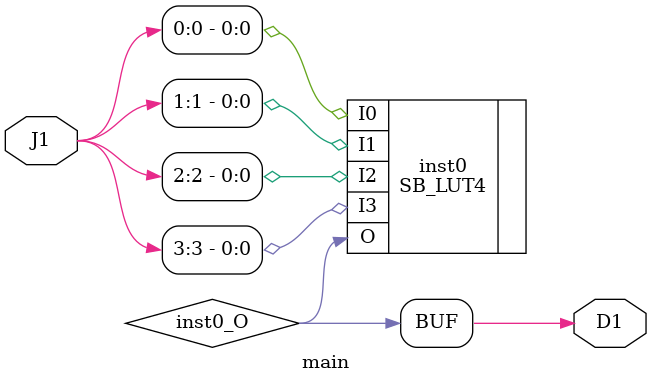
<source format=v>
module main (input [3:0] J1, output  D1);
wire  inst0_O;
SB_LUT4 #(.LUT_INIT(16'hAAAA)) inst0 (.I0(J1[0]), .I1(J1[1]), .I2(J1[2]), .I3(J1[3]), .O(inst0_O));
assign D1 = inst0_O;
endmodule


</source>
